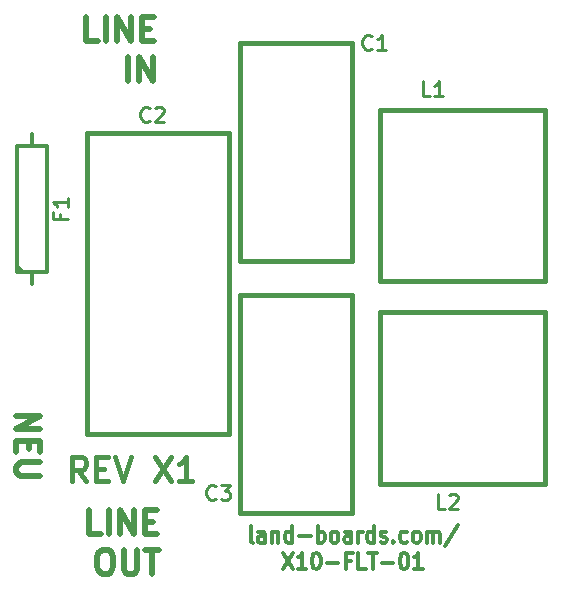
<source format=gto>
G04 (created by PCBNEW (2013-07-07 BZR 4022)-stable) date 11/9/2014 1:14:37 PM*
%MOIN*%
G04 Gerber Fmt 3.4, Leading zero omitted, Abs format*
%FSLAX34Y34*%
G01*
G70*
G90*
G04 APERTURE LIST*
%ADD10C,0.00590551*%
%ADD11C,0.0175*%
%ADD12C,0.02*%
%ADD13C,0.012*%
%ADD14C,0.015*%
%ADD15C,0.01*%
G04 APERTURE END LIST*
G54D10*
G54D11*
X3200Y-15776D02*
X2933Y-15395D01*
X2743Y-15776D02*
X2743Y-14976D01*
X3048Y-14976D01*
X3124Y-15014D01*
X3162Y-15052D01*
X3200Y-15128D01*
X3200Y-15243D01*
X3162Y-15319D01*
X3124Y-15357D01*
X3048Y-15395D01*
X2743Y-15395D01*
X3543Y-15357D02*
X3810Y-15357D01*
X3924Y-15776D02*
X3543Y-15776D01*
X3543Y-14976D01*
X3924Y-14976D01*
X4152Y-14976D02*
X4419Y-15776D01*
X4686Y-14976D01*
X5486Y-14976D02*
X6019Y-15776D01*
X6019Y-14976D02*
X5486Y-15776D01*
X6743Y-15776D02*
X6286Y-15776D01*
X6514Y-15776D02*
X6514Y-14976D01*
X6438Y-15090D01*
X6362Y-15167D01*
X6286Y-15205D01*
G54D12*
X3689Y-17548D02*
X3308Y-17548D01*
X3308Y-16748D01*
X3956Y-17548D02*
X3956Y-16748D01*
X4337Y-17548D02*
X4337Y-16748D01*
X4794Y-17548D01*
X4794Y-16748D01*
X5175Y-17129D02*
X5441Y-17129D01*
X5556Y-17548D02*
X5175Y-17548D01*
X5175Y-16748D01*
X5556Y-16748D01*
X3765Y-18068D02*
X3918Y-18068D01*
X3994Y-18106D01*
X4070Y-18182D01*
X4108Y-18334D01*
X4108Y-18601D01*
X4070Y-18753D01*
X3994Y-18830D01*
X3918Y-18868D01*
X3765Y-18868D01*
X3689Y-18830D01*
X3613Y-18753D01*
X3575Y-18601D01*
X3575Y-18334D01*
X3613Y-18182D01*
X3689Y-18106D01*
X3765Y-18068D01*
X4451Y-18068D02*
X4451Y-18715D01*
X4489Y-18792D01*
X4527Y-18830D01*
X4603Y-18868D01*
X4756Y-18868D01*
X4832Y-18830D01*
X4870Y-18792D01*
X4908Y-18715D01*
X4908Y-18068D01*
X5175Y-18068D02*
X5632Y-18068D01*
X5403Y-18868D02*
X5403Y-18068D01*
X876Y-13590D02*
X1676Y-13590D01*
X876Y-14047D01*
X1676Y-14047D01*
X1295Y-14428D02*
X1295Y-14695D01*
X876Y-14809D02*
X876Y-14428D01*
X1676Y-14428D01*
X1676Y-14809D01*
X1676Y-15152D02*
X1028Y-15152D01*
X952Y-15190D01*
X914Y-15228D01*
X876Y-15304D01*
X876Y-15457D01*
X914Y-15533D01*
X952Y-15571D01*
X1028Y-15609D01*
X1676Y-15609D01*
X3591Y-1111D02*
X3210Y-1111D01*
X3210Y-311D01*
X3857Y-1111D02*
X3857Y-311D01*
X4238Y-1111D02*
X4238Y-311D01*
X4695Y-1111D01*
X4695Y-311D01*
X5076Y-692D02*
X5343Y-692D01*
X5457Y-1111D02*
X5076Y-1111D01*
X5076Y-311D01*
X5457Y-311D01*
X4581Y-2431D02*
X4581Y-1631D01*
X4962Y-2431D02*
X4962Y-1631D01*
X5419Y-2431D01*
X5419Y-1631D01*
G54D13*
X8754Y-17822D02*
X8707Y-17796D01*
X8683Y-17744D01*
X8683Y-17272D01*
X9159Y-17822D02*
X9159Y-17534D01*
X9135Y-17482D01*
X9088Y-17455D01*
X8992Y-17455D01*
X8945Y-17482D01*
X9159Y-17796D02*
X9111Y-17822D01*
X8992Y-17822D01*
X8945Y-17796D01*
X8921Y-17744D01*
X8921Y-17691D01*
X8945Y-17639D01*
X8992Y-17613D01*
X9111Y-17613D01*
X9159Y-17586D01*
X9397Y-17455D02*
X9397Y-17822D01*
X9397Y-17508D02*
X9421Y-17482D01*
X9469Y-17455D01*
X9540Y-17455D01*
X9588Y-17482D01*
X9611Y-17534D01*
X9611Y-17822D01*
X10064Y-17822D02*
X10064Y-17272D01*
X10064Y-17796D02*
X10016Y-17822D01*
X9921Y-17822D01*
X9873Y-17796D01*
X9850Y-17770D01*
X9826Y-17717D01*
X9826Y-17560D01*
X9850Y-17508D01*
X9873Y-17482D01*
X9921Y-17455D01*
X10016Y-17455D01*
X10064Y-17482D01*
X10302Y-17613D02*
X10683Y-17613D01*
X10921Y-17822D02*
X10921Y-17272D01*
X10921Y-17482D02*
X10969Y-17455D01*
X11064Y-17455D01*
X11111Y-17482D01*
X11135Y-17508D01*
X11159Y-17560D01*
X11159Y-17717D01*
X11135Y-17770D01*
X11111Y-17796D01*
X11064Y-17822D01*
X10969Y-17822D01*
X10921Y-17796D01*
X11445Y-17822D02*
X11397Y-17796D01*
X11373Y-17770D01*
X11350Y-17717D01*
X11350Y-17560D01*
X11373Y-17508D01*
X11397Y-17482D01*
X11445Y-17455D01*
X11516Y-17455D01*
X11564Y-17482D01*
X11588Y-17508D01*
X11611Y-17560D01*
X11611Y-17717D01*
X11588Y-17770D01*
X11564Y-17796D01*
X11516Y-17822D01*
X11445Y-17822D01*
X12040Y-17822D02*
X12040Y-17534D01*
X12016Y-17482D01*
X11969Y-17455D01*
X11873Y-17455D01*
X11826Y-17482D01*
X12040Y-17796D02*
X11992Y-17822D01*
X11873Y-17822D01*
X11826Y-17796D01*
X11802Y-17744D01*
X11802Y-17691D01*
X11826Y-17639D01*
X11873Y-17613D01*
X11992Y-17613D01*
X12040Y-17586D01*
X12278Y-17822D02*
X12278Y-17455D01*
X12278Y-17560D02*
X12302Y-17508D01*
X12326Y-17482D01*
X12373Y-17455D01*
X12421Y-17455D01*
X12802Y-17822D02*
X12802Y-17272D01*
X12802Y-17796D02*
X12754Y-17822D01*
X12659Y-17822D01*
X12611Y-17796D01*
X12588Y-17770D01*
X12564Y-17717D01*
X12564Y-17560D01*
X12588Y-17508D01*
X12611Y-17482D01*
X12659Y-17455D01*
X12754Y-17455D01*
X12802Y-17482D01*
X13016Y-17796D02*
X13064Y-17822D01*
X13159Y-17822D01*
X13207Y-17796D01*
X13230Y-17744D01*
X13230Y-17717D01*
X13207Y-17665D01*
X13159Y-17639D01*
X13088Y-17639D01*
X13040Y-17613D01*
X13016Y-17560D01*
X13016Y-17534D01*
X13040Y-17482D01*
X13088Y-17455D01*
X13159Y-17455D01*
X13207Y-17482D01*
X13445Y-17770D02*
X13469Y-17796D01*
X13445Y-17822D01*
X13421Y-17796D01*
X13445Y-17770D01*
X13445Y-17822D01*
X13897Y-17796D02*
X13850Y-17822D01*
X13754Y-17822D01*
X13707Y-17796D01*
X13683Y-17770D01*
X13659Y-17717D01*
X13659Y-17560D01*
X13683Y-17508D01*
X13707Y-17482D01*
X13754Y-17455D01*
X13850Y-17455D01*
X13897Y-17482D01*
X14183Y-17822D02*
X14135Y-17796D01*
X14111Y-17770D01*
X14088Y-17717D01*
X14088Y-17560D01*
X14111Y-17508D01*
X14135Y-17482D01*
X14183Y-17455D01*
X14254Y-17455D01*
X14302Y-17482D01*
X14326Y-17508D01*
X14350Y-17560D01*
X14350Y-17717D01*
X14326Y-17770D01*
X14302Y-17796D01*
X14254Y-17822D01*
X14183Y-17822D01*
X14564Y-17822D02*
X14564Y-17455D01*
X14564Y-17508D02*
X14588Y-17482D01*
X14635Y-17455D01*
X14707Y-17455D01*
X14754Y-17482D01*
X14778Y-17534D01*
X14778Y-17822D01*
X14778Y-17534D02*
X14802Y-17482D01*
X14850Y-17455D01*
X14921Y-17455D01*
X14969Y-17482D01*
X14992Y-17534D01*
X14992Y-17822D01*
X15588Y-17246D02*
X15159Y-17953D01*
X9754Y-18162D02*
X10088Y-18712D01*
X10088Y-18162D02*
X9754Y-18712D01*
X10540Y-18712D02*
X10254Y-18712D01*
X10397Y-18712D02*
X10397Y-18162D01*
X10350Y-18241D01*
X10302Y-18293D01*
X10254Y-18319D01*
X10850Y-18162D02*
X10897Y-18162D01*
X10945Y-18188D01*
X10969Y-18215D01*
X10992Y-18267D01*
X11016Y-18372D01*
X11016Y-18503D01*
X10992Y-18607D01*
X10969Y-18660D01*
X10945Y-18686D01*
X10897Y-18712D01*
X10850Y-18712D01*
X10802Y-18686D01*
X10778Y-18660D01*
X10754Y-18607D01*
X10730Y-18503D01*
X10730Y-18372D01*
X10754Y-18267D01*
X10778Y-18215D01*
X10802Y-18188D01*
X10850Y-18162D01*
X11230Y-18503D02*
X11611Y-18503D01*
X12016Y-18424D02*
X11850Y-18424D01*
X11850Y-18712D02*
X11850Y-18162D01*
X12088Y-18162D01*
X12516Y-18712D02*
X12278Y-18712D01*
X12278Y-18162D01*
X12611Y-18162D02*
X12897Y-18162D01*
X12754Y-18712D02*
X12754Y-18162D01*
X13064Y-18503D02*
X13445Y-18503D01*
X13778Y-18162D02*
X13826Y-18162D01*
X13873Y-18188D01*
X13897Y-18215D01*
X13921Y-18267D01*
X13945Y-18372D01*
X13945Y-18503D01*
X13921Y-18607D01*
X13897Y-18660D01*
X13873Y-18686D01*
X13826Y-18712D01*
X13778Y-18712D01*
X13730Y-18686D01*
X13707Y-18660D01*
X13683Y-18607D01*
X13659Y-18503D01*
X13659Y-18372D01*
X13683Y-18267D01*
X13707Y-18215D01*
X13730Y-18188D01*
X13778Y-18162D01*
X14421Y-18712D02*
X14135Y-18712D01*
X14278Y-18712D02*
X14278Y-18162D01*
X14230Y-18241D01*
X14183Y-18293D01*
X14135Y-18319D01*
G54D14*
X12070Y-1158D02*
X8329Y-1158D01*
X12070Y-1158D02*
X12070Y-8441D01*
X12070Y-8441D02*
X10200Y-8441D01*
X10200Y-8441D02*
X8329Y-8441D01*
X8329Y-8441D02*
X8329Y-1158D01*
X12070Y-9558D02*
X8329Y-9558D01*
X12070Y-9558D02*
X12070Y-16841D01*
X12070Y-16841D02*
X10200Y-16841D01*
X10200Y-16841D02*
X8329Y-16841D01*
X8329Y-16841D02*
X8329Y-9558D01*
X18505Y-15854D02*
X18505Y-10145D01*
X18505Y-15854D02*
X12994Y-15854D01*
X12994Y-15854D02*
X12994Y-10145D01*
X12994Y-10145D02*
X18505Y-10145D01*
X18505Y-9104D02*
X18505Y-3395D01*
X18505Y-9104D02*
X12994Y-9104D01*
X12994Y-9104D02*
X12994Y-3395D01*
X12994Y-3395D02*
X18505Y-3395D01*
X3237Y-4180D02*
X3237Y-14219D01*
X7962Y-4180D02*
X7962Y-14219D01*
X7962Y-14219D02*
X3237Y-14219D01*
X3237Y-4180D02*
X7962Y-4180D01*
G54D13*
X1400Y-9200D02*
X1400Y-8800D01*
X1400Y-4200D02*
X1400Y-4600D01*
X900Y-4600D02*
X1900Y-4600D01*
X1900Y-4600D02*
X1900Y-8800D01*
X1900Y-8800D02*
X900Y-8800D01*
X900Y-8800D02*
X900Y-4600D01*
X1100Y-8800D02*
X900Y-8600D01*
G54D15*
X12716Y-1354D02*
X12692Y-1378D01*
X12621Y-1402D01*
X12573Y-1402D01*
X12502Y-1378D01*
X12454Y-1330D01*
X12430Y-1283D01*
X12407Y-1188D01*
X12407Y-1116D01*
X12430Y-1021D01*
X12454Y-973D01*
X12502Y-926D01*
X12573Y-902D01*
X12621Y-902D01*
X12692Y-926D01*
X12716Y-950D01*
X13192Y-1402D02*
X12907Y-1402D01*
X13050Y-1402D02*
X13050Y-902D01*
X13002Y-973D01*
X12954Y-1021D01*
X12907Y-1045D01*
X7516Y-16354D02*
X7492Y-16378D01*
X7421Y-16402D01*
X7373Y-16402D01*
X7302Y-16378D01*
X7254Y-16330D01*
X7230Y-16283D01*
X7207Y-16188D01*
X7207Y-16116D01*
X7230Y-16021D01*
X7254Y-15973D01*
X7302Y-15926D01*
X7373Y-15902D01*
X7421Y-15902D01*
X7492Y-15926D01*
X7516Y-15950D01*
X7683Y-15902D02*
X7992Y-15902D01*
X7826Y-16092D01*
X7897Y-16092D01*
X7945Y-16116D01*
X7969Y-16140D01*
X7992Y-16188D01*
X7992Y-16307D01*
X7969Y-16354D01*
X7945Y-16378D01*
X7897Y-16402D01*
X7754Y-16402D01*
X7707Y-16378D01*
X7683Y-16354D01*
X15166Y-16702D02*
X14928Y-16702D01*
X14928Y-16202D01*
X15309Y-16250D02*
X15333Y-16226D01*
X15380Y-16202D01*
X15500Y-16202D01*
X15547Y-16226D01*
X15571Y-16250D01*
X15595Y-16297D01*
X15595Y-16345D01*
X15571Y-16416D01*
X15285Y-16702D01*
X15595Y-16702D01*
X14666Y-2952D02*
X14428Y-2952D01*
X14428Y-2452D01*
X15095Y-2952D02*
X14809Y-2952D01*
X14952Y-2952D02*
X14952Y-2452D01*
X14904Y-2523D01*
X14857Y-2571D01*
X14809Y-2595D01*
X5316Y-3754D02*
X5292Y-3778D01*
X5221Y-3802D01*
X5173Y-3802D01*
X5102Y-3778D01*
X5054Y-3730D01*
X5030Y-3683D01*
X5007Y-3588D01*
X5007Y-3516D01*
X5030Y-3421D01*
X5054Y-3373D01*
X5102Y-3326D01*
X5173Y-3302D01*
X5221Y-3302D01*
X5292Y-3326D01*
X5316Y-3350D01*
X5507Y-3350D02*
X5530Y-3326D01*
X5578Y-3302D01*
X5697Y-3302D01*
X5745Y-3326D01*
X5769Y-3350D01*
X5792Y-3397D01*
X5792Y-3445D01*
X5769Y-3516D01*
X5483Y-3802D01*
X5792Y-3802D01*
X2340Y-6866D02*
X2340Y-7033D01*
X2602Y-7033D02*
X2102Y-7033D01*
X2102Y-6795D01*
X2602Y-6342D02*
X2602Y-6628D01*
X2602Y-6485D02*
X2102Y-6485D01*
X2173Y-6533D01*
X2221Y-6580D01*
X2245Y-6628D01*
M02*

</source>
